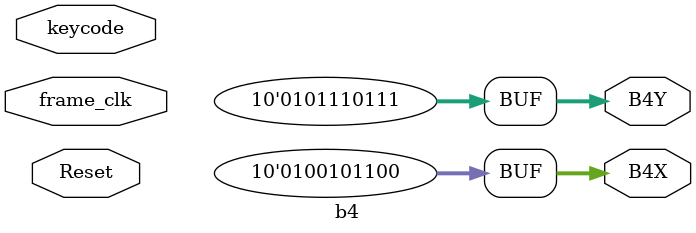
<source format=sv>



module  b4 ( input Reset, frame_clk, input [7:0] keycode,
               output [9:0]  B4X, B4Y);
    
       
    assign B4X = 300;
   
    assign B4Y = 375;
    

endmodule

</source>
